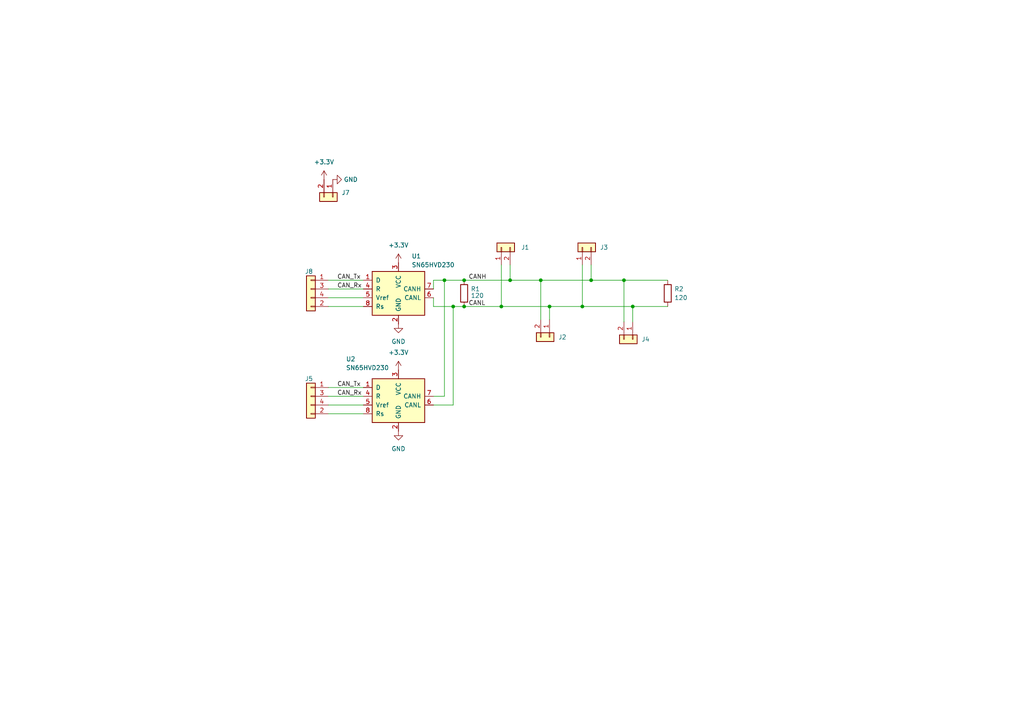
<source format=kicad_sch>
(kicad_sch (version 20230121) (generator eeschema)
  (paper "A4")
  (lib_symbols
    (symbol "Conn_01x04_2" (pin_names (offset 1.016) hide)
      (property "Reference" "J5" (at 0 -8.89 0))
      (symbol "Conn_01x04_2_1_1"
        (rectangle (start -1.27 -4.953) (end 0 -5.207) (stroke (width 0.1524)))
        (rectangle (start -1.27 -2.413) (end 0 -2.667) (stroke (width 0.1524)))
        (rectangle (start -1.27 0.127) (end 0 -0.127) (stroke (width 0.1524)))
        (rectangle (start -1.27 2.667) (end 0 2.413) (stroke (width 0.1524)))
        (rectangle (start -1.27 3.81) (end 1.27 -6.35) (stroke (width 0.254)) (fill (type background)))
        (pin passive line (at -5.08 2.54 0) (length 3.81) (name "Pin_1") (number "1"))
        (pin passive line (at -5.08 -5.08 0) (length 3.81) (name "Pin_2") (number "2"))
        (pin passive line (at -5.08 0 0) (length 3.81) (name "Pin_3") (number "3"))
        (pin passive line (at -5.08 -2.54 0) (length 3.81) (name "Pin_4") (number "4"))
      )
    )
    (symbol "Connector_Generic:Conn_01x02" (pin_names (offset 1.016) hide)
      (property "Reference" "J" (at 0 2.54 0))
      (property "Value" "Conn_01x02" (at 0 -5.08 0))
      (symbol "Conn_01x02_1_1"
        (rectangle (start -1.27 -2.413) (end 0 -2.667) (stroke (width 0.1524)))
        (rectangle (start -1.27 0.127) (end 0 -0.127) (stroke (width 0.1524)))
        (rectangle (start -1.27 1.27) (end 1.27 -3.81) (stroke (width 0.254)) (fill (type background)))
        (pin passive line (at -5.08 0 0) (length 3.81) (name "Pin_1") (number "1"))
        (pin passive line (at -5.08 -2.54 0) (length 3.81) (name "Pin_2") (number "2"))
      )
    )
    (symbol "Device:R" (pin_numbers hide) (pin_names (offset 0))
      (property "Reference" "R" (at 2.032 0 90))
      (property "Value" "R" (at 0 0 90))
      (symbol "R_0_1"
        (rectangle (start -1.016 -2.54) (end 1.016 2.54) (stroke (width 0.254)))
      )
      (symbol "R_1_1"
        (pin passive line (at 0 3.81 270) (length 1.27) (name "~") (number "1"))
        (pin passive line (at 0 -3.81 90) (length 1.27) (name "~") (number "2"))
      )
    )
    (symbol "Interface_CAN_LIN:SN65HVD230" (pin_names (offset 1.016))
      (property "Reference" "U" (at -2.54 10.16 0))
      (property "Value" "SN65HVD230" (at -2.54 7.62 0))
      (symbol "SN65HVD230_0_1"
        (rectangle (start -7.62 5.08) (end 7.62 -7.62) (stroke (width 0.254)) (fill (type background)))
      )
      (symbol "SN65HVD230_1_1"
        (pin input line (at -10.16 2.54 0) (length 2.54) (name "D") (number "1"))
        (pin power_in line (at 0 -10.16 90) (length 2.54) (name "GND") (number "2"))
        (pin power_in line (at 0 7.62 270) (length 2.54) (name "VCC") (number "3"))
        (pin output line (at -10.16 0 0) (length 2.54) (name "R") (number "4"))
        (pin output line (at -10.16 -2.54 0) (length 2.54) (name "Vref") (number "5"))
        (pin bidirectional line (at 10.16 -2.54 180) (length 2.54) (name "CANL") (number "6"))
        (pin bidirectional line (at 10.16 0 180) (length 2.54) (name "CANH") (number "7"))
        (pin input line (at -10.16 -5.08 0) (length 2.54) (name "Rs") (number "8"))
      )
    )
    (symbol "power:+3.3V" (power) (pin_names (offset 0))
      (property "Value" "+3.3V" (at 0 3.556 0))
      (symbol "+3.3V_0_1"
        (polyline (pts (xy -0.762 1.27) (xy 0 2.54)))
        (polyline (pts (xy 0 0) (xy 0 2.54)))
        (polyline (pts (xy 0 2.54) (xy 0.762 1.27)))
      )
      (symbol "+3.3V_1_1"
        (pin power_in line (at 0 0 90) (length 0) hide (name "+3.3V") (number "1"))
      )
    )
    (symbol "power:GND" (power) (pin_names (offset 0))
      (property "Value" "GND" (at 0 -3.81 0))
      (symbol "GND_0_1"
        (polyline (pts (xy 0 0) (xy 0 -1.27) (xy 1.27 -1.27) (xy 0 -2.54) (xy -1.27 -1.27) (xy 0 -1.27)))
      )
      (symbol "GND_1_1"
        (pin power_in line (at 0 0 270) (length 0) hide (name "GND") (number "1"))
      )
    )
  )
  (junction (at 128.905 81.28))
  (junction (at 131.445 88.9))
  (junction (at 168.91 88.9))
  (junction (at 147.955 81.28))
  (junction (at 134.62 81.28))
  (junction (at 171.45 81.28))
  (junction (at 159.385 88.9))
  (junction (at 145.415 88.9))
  (junction (at 156.845 81.28))
  (junction (at 134.62 88.9))
  (junction (at 183.515 88.9))
  (junction (at 180.975 81.28))
  (wire (pts (xy 145.415 76.835) (xy 145.415 88.9)))
  (wire (pts (xy 171.45 81.28) (xy 180.975 81.28)))
  (wire (pts (xy 168.91 76.835) (xy 168.91 88.9)))
  (wire (pts (xy 134.62 88.9) (xy 145.415 88.9)))
  (wire (pts (xy 105.41 112.395) (xy 95.25 112.395)))
  (wire (pts (xy 125.73 86.36) (xy 125.73 88.9)))
  (wire (pts (xy 147.955 76.835) (xy 147.955 81.28)))
  (wire (pts (xy 95.25 88.9) (xy 105.41 88.9)))
  (wire (pts (xy 131.445 88.9) (xy 134.62 88.9)))
  (wire (pts (xy 180.975 81.28) (xy 180.975 93.345)))
  (wire (pts (xy 156.845 81.28) (xy 171.45 81.28)))
  (wire (pts (xy 128.905 114.935) (xy 128.905 81.28)))
  (wire (pts (xy 131.445 117.475) (xy 131.445 88.9)))
  (wire (pts (xy 171.45 76.835) (xy 171.45 81.28)))
  (wire (pts (xy 95.25 86.36) (xy 105.41 86.36)))
  (wire (pts (xy 168.91 88.9) (xy 183.515 88.9)))
  (wire (pts (xy 95.25 83.82) (xy 105.41 83.82)))
  (wire (pts (xy 125.73 83.82) (xy 125.73 81.28)))
  (wire (pts (xy 159.385 88.9) (xy 168.91 88.9)))
  (wire (pts (xy 125.73 88.9) (xy 131.445 88.9)))
  (wire (pts (xy 147.955 81.28) (xy 156.845 81.28)))
  (wire (pts (xy 125.73 114.935) (xy 128.905 114.935)))
  (wire (pts (xy 156.845 92.71) (xy 156.845 81.28)))
  (wire (pts (xy 145.415 88.9) (xy 159.385 88.9)))
  (wire (pts (xy 180.975 81.28) (xy 193.675 81.28)))
  (wire (pts (xy 95.25 117.475) (xy 105.41 117.475)))
  (wire (pts (xy 125.73 81.28) (xy 128.905 81.28)))
  (wire (pts (xy 128.905 81.28) (xy 134.62 81.28)))
  (wire (pts (xy 183.515 88.9) (xy 193.675 88.9)))
  (wire (pts (xy 125.73 117.475) (xy 131.445 117.475)))
  (wire (pts (xy 105.41 81.28) (xy 95.25 81.28)))
  (wire (pts (xy 134.62 81.28) (xy 147.955 81.28)))
  (wire (pts (xy 95.25 114.935) (xy 105.41 114.935)))
  (wire (pts (xy 159.385 88.9) (xy 159.385 92.71)))
  (wire (pts (xy 183.515 88.9) (xy 183.515 93.345)))
  (wire (pts (xy 95.25 120.015) (xy 105.41 120.015)))
  (label "CAN_Tx" (at 97.79 112.395 0))
  (label "CANH" (at 135.89 81.28 0))
  (label "CAN_Tx" (at 97.79 81.28 0))
  (label "CAN_Rx" (at 97.79 114.935 0))
  (label "CAN_Rx" (at 97.79 83.82 0))
  (label "CANL" (at 135.89 88.9 0))
  (symbol (lib_id "Interface_CAN_LIN:SN65HVD230") (at 115.57 114.935 0) (unit 1)
    (property "Reference" "U2" (at 100.33 104.14 0) (effects (justify left)))
    (property "Value" "SN65HVD230" (at 100.33 106.68 0) (effects (justify left)))
    (property "Footprint" "Package_SO:SOIC-8_3.9x4.9mm_P1.27mm" (effects hide))
    (property "Datasheet" "http://www.ti.com/lit/ds/symlink/sn65hvd230.pdf" (effects hide))
  )
  (symbol (lib_id "Connector_Generic:Conn_01x02") (at 159.385 97.79 270) (unit 1)
    (property "Reference" "J2" (at 161.925 97.79 90) (effects (justify left)))
    (property "Value" "Conn_01x02" (effects hide))
    (property "Footprint" "TerminalBlock_Phoenix:TerminalBlock_Phoenix_MPT-0,5-2-2.54_1x02_P2.54mm_Horizontal" (effects hide))
  )
  (symbol (lib_id "Device:R") (at 134.62 85.09 0) (unit 1)
    (property "Reference" "R1" (at 136.525 83.82 0) (effects (justify left)))
    (property "Value" "120" (at 136.525 85.725 0) (effects (justify left)))
    (property "Footprint" "Resistor_SMD:R_0805_2012Metric_Pad1.20x1.40mm_HandSolder" (effects hide))
  )
  (symbol (lib_id "power:GND") (at 115.57 93.98 0) (unit 1)
    (property "Reference" "#PWR02" (effects hide))
    (property "Value" "GND" (at 115.57 99.06 0))
  )
  (symbol (lib_id "power:+3.3V") (at 115.57 107.315 0) (unit 1)
    (property "Reference" "#PWR05" (effects hide))
    (property "Value" "+3.3V" (at 115.57 102.235 0))
  )
  (symbol (lib_id "Connector_Generic:Conn_01x02") (at 145.415 71.755 90) (unit 1)
    (property "Reference" "J1" (at 151.13 71.755 90) (effects (justify right)))
    (property "Value" "Conn_01x02" (effects hide))
    (property "Footprint" "TerminalBlock_Phoenix:TerminalBlock_Phoenix_MPT-0,5-2-2.54_1x02_P2.54mm_Horizontal" (effects hide))
  )
  (symbol (lib_name "Conn_01x04_2") (lib_id "Connector_Generic:Conn_01x04") (at 90.17 83.82 0) (mirror y) (unit 1)
    (property "Reference" "J8" (at 90.805 78.74 0) (effects (justify left)))
    (property "Value" "Conn_01x04" (effects hide))
    (property "Footprint" "TerminalBlock_Phoenix:TerminalBlock_Phoenix_MPT-0,5-4-2.54_1x04_P2.54mm_Horizontal" (effects hide))
  )
  (symbol (lib_id "power:GND") (at 115.57 125.095 0) (unit 1)
    (property "Reference" "#PWR06" (effects hide))
    (property "Value" "GND" (at 115.57 130.175 0))
  )
  (symbol (lib_id "Interface_CAN_LIN:SN65HVD230") (at 115.57 83.82 0) (unit 1)
    (property "Reference" "U1" (at 119.38 74.295 0) (effects (justify left)))
    (property "Value" "SN65HVD230" (at 119.38 76.835 0) (effects (justify left)))
    (property "Footprint" "Package_SO:SOIC-8_3.9x4.9mm_P1.27mm" (effects hide))
    (property "Datasheet" "http://www.ti.com/lit/ds/symlink/sn65hvd230.pdf" (effects hide))
  )
  (symbol (lib_id "Connector_Generic:Conn_01x02") (at 96.52 57.15 270) (unit 1)
    (property "Reference" "J7" (at 99.06 55.88 90) (effects (justify left)))
    (property "Value" "Conn_01x02" (effects hide))
    (property "Footprint" "TerminalBlock_Phoenix:TerminalBlock_Phoenix_MPT-0,5-2-2.54_1x02_P2.54mm_Horizontal" (effects hide))
  )
  (symbol (lib_id "power:+3.3V") (at 93.98 52.07 0) (unit 1)
    (property "Reference" "#PWR03" (effects hide))
    (property "Value" "+3.3V" (at 93.98 46.99 0))
  )
  (symbol (lib_id "Connector_Generic:Conn_01x02") (at 168.91 71.755 90) (unit 1)
    (property "Reference" "J3" (at 173.99 71.755 90) (effects (justify right)))
    (property "Value" "Conn_01x02" (effects hide))
    (property "Footprint" "TerminalBlock_Phoenix:TerminalBlock_Phoenix_MPT-0,5-2-2.54_1x02_P2.54mm_Horizontal" (effects hide))
  )
  (symbol (lib_name "Conn_01x04_2") (lib_id "Connector_Generic:Conn_01x04") (at 90.17 114.935 0) (mirror y) (unit 1)
    (property "Reference" "J5" (at 90.805 109.855 0) (effects (justify left)))
    (property "Value" "Conn_01x04" (effects hide))
    (property "Footprint" "TerminalBlock_Phoenix:TerminalBlock_Phoenix_MPT-0,5-4-2.54_1x04_P2.54mm_Horizontal" (effects hide))
  )
  (symbol (lib_id "Connector_Generic:Conn_01x02") (at 183.515 98.425 270) (unit 1)
    (property "Reference" "J4" (at 186.055 98.425 90) (effects (justify left)))
    (property "Value" "Conn_01x02" (effects hide))
    (property "Footprint" "TerminalBlock_Phoenix:TerminalBlock_Phoenix_MPT-0,5-2-2.54_1x02_P2.54mm_Horizontal" (effects hide))
  )
  (symbol (lib_id "power:GND") (at 96.52 52.07 90) (unit 1)
    (property "Reference" "#PWR04" (effects hide))
    (property "Value" "GND" (at 99.695 52.07 90) (effects (justify right)))
  )
  (symbol (lib_id "power:+3.3V") (at 115.57 76.2 0) (unit 1)
    (property "Reference" "#PWR01" (effects hide))
    (property "Value" "+3.3V" (at 115.57 71.12 0))
  )
  (symbol (lib_id "Device:R") (at 193.675 85.09 0) (unit 1)
    (property "Reference" "R2" (at 195.58 83.82 0) (effects (justify left)))
    (property "Value" "120" (at 195.58 86.36 0) (effects (justify left)))
    (property "Footprint" "Resistor_SMD:R_0805_2012Metric_Pad1.20x1.40mm_HandSolder" (effects hide))
  )
)
</source>
